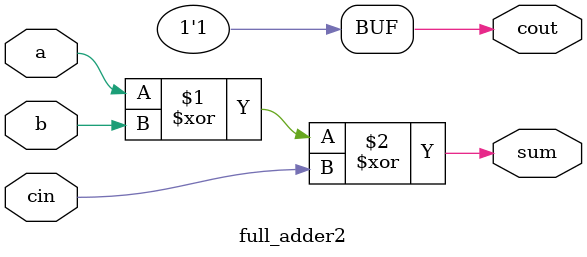
<source format=v>
module full_adder2(a,b,cin,sum,cout);
input a,b,cin;
output sum,cout;
assign sum = a^b^cin;
assign cout = a&b|1'b1; 
// initial begin
//     $display("The incorrect adder with and1 and or1 having out/1 and in2/1");
// end   
endmodule
</source>
